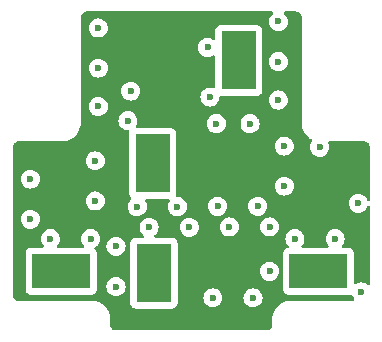
<source format=gbr>
%TF.GenerationSoftware,KiCad,Pcbnew,8.0.7*%
%TF.CreationDate,2025-04-11T02:02:32-04:00*%
%TF.ProjectId,2M_3F,324d5f33-462e-46b6-9963-61645f706362,rev?*%
%TF.SameCoordinates,Original*%
%TF.FileFunction,Copper,L6,Bot*%
%TF.FilePolarity,Positive*%
%FSLAX46Y46*%
G04 Gerber Fmt 4.6, Leading zero omitted, Abs format (unit mm)*
G04 Created by KiCad (PCBNEW 8.0.7) date 2025-04-11 02:02:32*
%MOMM*%
%LPD*%
G01*
G04 APERTURE LIST*
%TA.AperFunction,ComponentPad*%
%ADD10R,3.000000X5.000000*%
%TD*%
%TA.AperFunction,ComponentPad*%
%ADD11R,5.000000X3.000000*%
%TD*%
%TA.AperFunction,ViaPad*%
%ADD12C,0.600000*%
%TD*%
G04 APERTURE END LIST*
D10*
%TO.P,J1,1,Pin_1*%
%TO.N,Net-(J1-Pin_1)*%
X97207100Y-47653300D03*
D11*
%TO.P,J1,2,Pin_2*%
%TO.N,GND*%
X102844600Y-47040800D03*
%TD*%
D10*
%TO.P,J4,1,Pin_1*%
%TO.N,Net-(J1-Pin_1)*%
X97112500Y-38375000D03*
D11*
%TO.P,J4,2,Pin_2*%
%TO.N,GND*%
X102750000Y-37762500D03*
%TD*%
%TO.P,J3,1,Pin_1*%
%TO.N,Net-(J1-Pin_1)*%
X111137500Y-47512500D03*
D10*
%TO.P,J3,2,Pin_2*%
%TO.N,GND*%
X111750000Y-40875000D03*
%TD*%
%TO.P,J5,1,Pin_1*%
%TO.N,Net-(J1-Pin_1)*%
X104387500Y-29637500D03*
D11*
%TO.P,J5,2,Pin_2*%
%TO.N,GND*%
X97750000Y-29025000D03*
%TD*%
%TO.P,J2,1,Pin_1*%
%TO.N,Net-(J1-Pin_1)*%
X89362500Y-47512500D03*
D10*
%TO.P,J2,2,Pin_2*%
%TO.N,GND*%
X89975000Y-40875000D03*
%TD*%
D12*
%TO.N,GND*%
X95100000Y-43775000D03*
X107000000Y-45800000D03*
X114750000Y-37250000D03*
X92250000Y-43250000D03*
X107750000Y-31450000D03*
X105300000Y-43750000D03*
X90150000Y-44750000D03*
X86750000Y-41400000D03*
X97500000Y-42025000D03*
X100250000Y-32750000D03*
X100900000Y-42000000D03*
X92500000Y-32000000D03*
X108250000Y-38600000D03*
X103900000Y-49750000D03*
X104300000Y-42000000D03*
X86750000Y-44750000D03*
X92250000Y-39850000D03*
X114250000Y-44750000D03*
X92500000Y-28600000D03*
X94100000Y-42025000D03*
X107750000Y-28050000D03*
X98500000Y-43775000D03*
X92500000Y-35250000D03*
X97500000Y-34750000D03*
X110850000Y-44750000D03*
X94000000Y-50500000D03*
X100250000Y-35000000D03*
X107750000Y-34700000D03*
X100500000Y-49750000D03*
X86750000Y-38000000D03*
X108250000Y-42000000D03*
X101900000Y-43750000D03*
X101750000Y-30250000D03*
X97750000Y-32500000D03*
X94000000Y-47100000D03*
%TO.N,Net-(J1-Pin_1)*%
X108250000Y-36900000D03*
X95800000Y-42025000D03*
X92250000Y-38150000D03*
X105600000Y-49750000D03*
X111250000Y-37000000D03*
X101750000Y-28550000D03*
X107000000Y-43750000D03*
X102500000Y-35000000D03*
X88450000Y-44750000D03*
X95250000Y-32250000D03*
X86750000Y-43100000D03*
X105350000Y-35000000D03*
X95000000Y-34750000D03*
X92500000Y-30300000D03*
X91850000Y-44750000D03*
X102600000Y-42000000D03*
X106000000Y-42000000D03*
X99200000Y-42025000D03*
X107750000Y-26350000D03*
X100200000Y-43775000D03*
X108250000Y-40300000D03*
X92500000Y-26900000D03*
X101950000Y-32750000D03*
X86750000Y-39700000D03*
X112550000Y-44750000D03*
X92250000Y-41550000D03*
X103600000Y-43750000D03*
X109150000Y-44750000D03*
X107000000Y-47500000D03*
X94000000Y-45400000D03*
X94000000Y-48800000D03*
X114750000Y-49250000D03*
X114500000Y-41750000D03*
X107750000Y-33000000D03*
X107750000Y-29750000D03*
X102200000Y-49750000D03*
X92500000Y-33550000D03*
X96800000Y-43775000D03*
%TD*%
%TA.AperFunction,Conductor*%
%TO.N,GND*%
G36*
X107235881Y-25520185D02*
G01*
X107281636Y-25572989D01*
X107291580Y-25642147D01*
X107262555Y-25705703D01*
X107252631Y-25715229D01*
X107252662Y-25715260D01*
X107120184Y-25847737D01*
X107024211Y-26000476D01*
X106964631Y-26170745D01*
X106964630Y-26170750D01*
X106944435Y-26349996D01*
X106944435Y-26350003D01*
X106964630Y-26529249D01*
X106964631Y-26529254D01*
X107024211Y-26699523D01*
X107074750Y-26779954D01*
X107120184Y-26852262D01*
X107247738Y-26979816D01*
X107400478Y-27075789D01*
X107440048Y-27089635D01*
X107570745Y-27135368D01*
X107570750Y-27135369D01*
X107749996Y-27155565D01*
X107750000Y-27155565D01*
X107750004Y-27155565D01*
X107929249Y-27135369D01*
X107929252Y-27135368D01*
X107929255Y-27135368D01*
X108099522Y-27075789D01*
X108252262Y-26979816D01*
X108379816Y-26852262D01*
X108475789Y-26699522D01*
X108535368Y-26529255D01*
X108535369Y-26529249D01*
X108555565Y-26350003D01*
X108555565Y-26349996D01*
X108535369Y-26170750D01*
X108535368Y-26170745D01*
X108515733Y-26114631D01*
X108475789Y-26000478D01*
X108379816Y-25847738D01*
X108252262Y-25720184D01*
X108247338Y-25715260D01*
X108248609Y-25713988D01*
X108213705Y-25664260D01*
X108210855Y-25594448D01*
X108246200Y-25534178D01*
X108308518Y-25502584D01*
X108331158Y-25500500D01*
X109184108Y-25500500D01*
X109243038Y-25500500D01*
X109256922Y-25501280D01*
X109347266Y-25511459D01*
X109374331Y-25517636D01*
X109453540Y-25545352D01*
X109478553Y-25557398D01*
X109549606Y-25602043D01*
X109571313Y-25619355D01*
X109630644Y-25678686D01*
X109647957Y-25700395D01*
X109692600Y-25771444D01*
X109704648Y-25796462D01*
X109732362Y-25875666D01*
X109738540Y-25902735D01*
X109748720Y-25993076D01*
X109749500Y-26006961D01*
X109749500Y-35107317D01*
X109780044Y-35319764D01*
X109780047Y-35319774D01*
X109840517Y-35525715D01*
X109929672Y-35720938D01*
X109929679Y-35720951D01*
X110045720Y-35901514D01*
X110186275Y-36063724D01*
X110310277Y-36171172D01*
X110348487Y-36204281D01*
X110451035Y-36270184D01*
X110529048Y-36320320D01*
X110529059Y-36320326D01*
X110557645Y-36333380D01*
X110610450Y-36379133D01*
X110630136Y-36446173D01*
X110611130Y-36512147D01*
X110524211Y-36650476D01*
X110464631Y-36820745D01*
X110464630Y-36820750D01*
X110444435Y-36999996D01*
X110444435Y-37000003D01*
X110464630Y-37179249D01*
X110464631Y-37179254D01*
X110524211Y-37349523D01*
X110571141Y-37424211D01*
X110620184Y-37502262D01*
X110747738Y-37629816D01*
X110900478Y-37725789D01*
X111070745Y-37785368D01*
X111070750Y-37785369D01*
X111249996Y-37805565D01*
X111250000Y-37805565D01*
X111250004Y-37805565D01*
X111429249Y-37785369D01*
X111429252Y-37785368D01*
X111429255Y-37785368D01*
X111599522Y-37725789D01*
X111752262Y-37629816D01*
X111879816Y-37502262D01*
X111975789Y-37349522D01*
X112035368Y-37179255D01*
X112035369Y-37179249D01*
X112055565Y-37000003D01*
X112055565Y-36999996D01*
X112035369Y-36820750D01*
X112035367Y-36820742D01*
X111981030Y-36665454D01*
X111977469Y-36595676D01*
X112012198Y-36535048D01*
X112074191Y-36502821D01*
X112098072Y-36500500D01*
X114934108Y-36500500D01*
X114993038Y-36500500D01*
X115006922Y-36501280D01*
X115097266Y-36511459D01*
X115124331Y-36517636D01*
X115203540Y-36545352D01*
X115228553Y-36557398D01*
X115299606Y-36602043D01*
X115321313Y-36619355D01*
X115380644Y-36678686D01*
X115397957Y-36700395D01*
X115442600Y-36771444D01*
X115454648Y-36796462D01*
X115482362Y-36875666D01*
X115488540Y-36902735D01*
X115498720Y-36993076D01*
X115499500Y-37006961D01*
X115499500Y-41452885D01*
X115479815Y-41519924D01*
X115427011Y-41565679D01*
X115357853Y-41575623D01*
X115294297Y-41546598D01*
X115258459Y-41493840D01*
X115225790Y-41400480D01*
X115225789Y-41400478D01*
X115129816Y-41247738D01*
X115002262Y-41120184D01*
X114997728Y-41117335D01*
X114849523Y-41024211D01*
X114679254Y-40964631D01*
X114679249Y-40964630D01*
X114500004Y-40944435D01*
X114499996Y-40944435D01*
X114320750Y-40964630D01*
X114320745Y-40964631D01*
X114150476Y-41024211D01*
X113997737Y-41120184D01*
X113870184Y-41247737D01*
X113774211Y-41400476D01*
X113714631Y-41570745D01*
X113714630Y-41570750D01*
X113694435Y-41749996D01*
X113694435Y-41750003D01*
X113714630Y-41929249D01*
X113714631Y-41929254D01*
X113774211Y-42099523D01*
X113840019Y-42204255D01*
X113870184Y-42252262D01*
X113997738Y-42379816D01*
X114088080Y-42436582D01*
X114141557Y-42470184D01*
X114150478Y-42475789D01*
X114297579Y-42527262D01*
X114320745Y-42535368D01*
X114320750Y-42535369D01*
X114499996Y-42555565D01*
X114500000Y-42555565D01*
X114500004Y-42555565D01*
X114679249Y-42535369D01*
X114679252Y-42535368D01*
X114679255Y-42535368D01*
X114849522Y-42475789D01*
X115002262Y-42379816D01*
X115129816Y-42252262D01*
X115225789Y-42099522D01*
X115258458Y-42006160D01*
X115299180Y-41949383D01*
X115364133Y-41923636D01*
X115432694Y-41937092D01*
X115483097Y-41985479D01*
X115499500Y-42047114D01*
X115499500Y-48568060D01*
X115479815Y-48635099D01*
X115427011Y-48680854D01*
X115357853Y-48690798D01*
X115294297Y-48661773D01*
X115287819Y-48655741D01*
X115252262Y-48620184D01*
X115099523Y-48524211D01*
X114929254Y-48464631D01*
X114929249Y-48464630D01*
X114750004Y-48444435D01*
X114749996Y-48444435D01*
X114570750Y-48464630D01*
X114570745Y-48464631D01*
X114400476Y-48524211D01*
X114327971Y-48569770D01*
X114260734Y-48588770D01*
X114193899Y-48568402D01*
X114148685Y-48515134D01*
X114137999Y-48464776D01*
X114137999Y-45964629D01*
X114137998Y-45964623D01*
X114137997Y-45964616D01*
X114131591Y-45905017D01*
X114130563Y-45902262D01*
X114081297Y-45770171D01*
X114081293Y-45770164D01*
X113995047Y-45654955D01*
X113995044Y-45654952D01*
X113879835Y-45568706D01*
X113879828Y-45568702D01*
X113744982Y-45518408D01*
X113744983Y-45518408D01*
X113685383Y-45512001D01*
X113685381Y-45512000D01*
X113685373Y-45512000D01*
X113685365Y-45512000D01*
X113219440Y-45512000D01*
X113152401Y-45492315D01*
X113106646Y-45439511D01*
X113096702Y-45370353D01*
X113125727Y-45306797D01*
X113131759Y-45300319D01*
X113179816Y-45252262D01*
X113275789Y-45099522D01*
X113335368Y-44929255D01*
X113337428Y-44910971D01*
X113355565Y-44750003D01*
X113355565Y-44749996D01*
X113335369Y-44570750D01*
X113335368Y-44570745D01*
X113310889Y-44500788D01*
X113275789Y-44400478D01*
X113179816Y-44247738D01*
X113052262Y-44120184D01*
X113019379Y-44099522D01*
X112899523Y-44024211D01*
X112729254Y-43964631D01*
X112729249Y-43964630D01*
X112550004Y-43944435D01*
X112549996Y-43944435D01*
X112370750Y-43964630D01*
X112370745Y-43964631D01*
X112200476Y-44024211D01*
X112047737Y-44120184D01*
X111920184Y-44247737D01*
X111824211Y-44400476D01*
X111764631Y-44570745D01*
X111764630Y-44570750D01*
X111744435Y-44749996D01*
X111744435Y-44750003D01*
X111764630Y-44929249D01*
X111764631Y-44929254D01*
X111824211Y-45099523D01*
X111920184Y-45252262D01*
X111968241Y-45300319D01*
X112001726Y-45361642D01*
X111996742Y-45431334D01*
X111954870Y-45487267D01*
X111889406Y-45511684D01*
X111880560Y-45512000D01*
X109819440Y-45512000D01*
X109752401Y-45492315D01*
X109706646Y-45439511D01*
X109696702Y-45370353D01*
X109725727Y-45306797D01*
X109731759Y-45300319D01*
X109779816Y-45252262D01*
X109875789Y-45099522D01*
X109935368Y-44929255D01*
X109937428Y-44910971D01*
X109955565Y-44750003D01*
X109955565Y-44749996D01*
X109935369Y-44570750D01*
X109935368Y-44570745D01*
X109910889Y-44500788D01*
X109875789Y-44400478D01*
X109779816Y-44247738D01*
X109652262Y-44120184D01*
X109619379Y-44099522D01*
X109499523Y-44024211D01*
X109329254Y-43964631D01*
X109329249Y-43964630D01*
X109150004Y-43944435D01*
X109149996Y-43944435D01*
X108970750Y-43964630D01*
X108970745Y-43964631D01*
X108800476Y-44024211D01*
X108647737Y-44120184D01*
X108520184Y-44247737D01*
X108424211Y-44400476D01*
X108364631Y-44570745D01*
X108364630Y-44570750D01*
X108344435Y-44749996D01*
X108344435Y-44750003D01*
X108364630Y-44929249D01*
X108364631Y-44929254D01*
X108424211Y-45099523D01*
X108520184Y-45252262D01*
X108580266Y-45312344D01*
X108613751Y-45373667D01*
X108608767Y-45443359D01*
X108566895Y-45499292D01*
X108535918Y-45516207D01*
X108395171Y-45568702D01*
X108395164Y-45568706D01*
X108279955Y-45654952D01*
X108279952Y-45654955D01*
X108193706Y-45770164D01*
X108193702Y-45770171D01*
X108143408Y-45905017D01*
X108137001Y-45964616D01*
X108137001Y-45964623D01*
X108137000Y-45964635D01*
X108137000Y-49060370D01*
X108137001Y-49060376D01*
X108143408Y-49119983D01*
X108193702Y-49254828D01*
X108193706Y-49254835D01*
X108279952Y-49370044D01*
X108279955Y-49370047D01*
X108395164Y-49456293D01*
X108395171Y-49456297D01*
X108530017Y-49506591D01*
X108530016Y-49506591D01*
X108536944Y-49507335D01*
X108589627Y-49513000D01*
X113685372Y-49512999D01*
X113744983Y-49506591D01*
X113844635Y-49469422D01*
X113914326Y-49464439D01*
X113975649Y-49497924D01*
X114005009Y-49544650D01*
X114024208Y-49599519D01*
X114120184Y-49752262D01*
X114155741Y-49787819D01*
X114189226Y-49849142D01*
X114184242Y-49918834D01*
X114142370Y-49974767D01*
X114076906Y-49999184D01*
X114068060Y-49999500D01*
X108642682Y-49999500D01*
X108430235Y-50030044D01*
X108430225Y-50030047D01*
X108224284Y-50090517D01*
X108029061Y-50179672D01*
X108029048Y-50179679D01*
X107848485Y-50295720D01*
X107686275Y-50436275D01*
X107545720Y-50598485D01*
X107429679Y-50779048D01*
X107429672Y-50779061D01*
X107340517Y-50974284D01*
X107280047Y-51180225D01*
X107280044Y-51180235D01*
X107249500Y-51392682D01*
X107249500Y-51993038D01*
X107248720Y-52006923D01*
X107238540Y-52097264D01*
X107232362Y-52124333D01*
X107204648Y-52203537D01*
X107192600Y-52228555D01*
X107147957Y-52299604D01*
X107130644Y-52321313D01*
X107071313Y-52380644D01*
X107049604Y-52397957D01*
X106978555Y-52442600D01*
X106953537Y-52454648D01*
X106874333Y-52482362D01*
X106847264Y-52488540D01*
X106767075Y-52497576D01*
X106756921Y-52498720D01*
X106743038Y-52499500D01*
X94006962Y-52499500D01*
X93993078Y-52498720D01*
X93980553Y-52497308D01*
X93902735Y-52488540D01*
X93875666Y-52482362D01*
X93796462Y-52454648D01*
X93771444Y-52442600D01*
X93700395Y-52397957D01*
X93678686Y-52380644D01*
X93619355Y-52321313D01*
X93602042Y-52299604D01*
X93557399Y-52228555D01*
X93545351Y-52203537D01*
X93517637Y-52124333D01*
X93511459Y-52097263D01*
X93501280Y-52006922D01*
X93500500Y-51993038D01*
X93500500Y-51392683D01*
X93500500Y-51392682D01*
X93469954Y-51180231D01*
X93409484Y-50974290D01*
X93409483Y-50974288D01*
X93409482Y-50974284D01*
X93320327Y-50779061D01*
X93320320Y-50779048D01*
X93239828Y-50653800D01*
X93204281Y-50598487D01*
X93149588Y-50535368D01*
X93063724Y-50436275D01*
X92901514Y-50295720D01*
X92901513Y-50295719D01*
X92833892Y-50252262D01*
X92720951Y-50179679D01*
X92720938Y-50179672D01*
X92525715Y-50090517D01*
X92319774Y-50030047D01*
X92319764Y-50030044D01*
X92128754Y-50002582D01*
X92107318Y-49999500D01*
X92107317Y-49999500D01*
X85756962Y-49999500D01*
X85743078Y-49998720D01*
X85730553Y-49997308D01*
X85652735Y-49988540D01*
X85625666Y-49982362D01*
X85546462Y-49954648D01*
X85521444Y-49942600D01*
X85450395Y-49897957D01*
X85428686Y-49880644D01*
X85369355Y-49821313D01*
X85352042Y-49799604D01*
X85320871Y-49749996D01*
X85307398Y-49728553D01*
X85295351Y-49703537D01*
X85267637Y-49624333D01*
X85261459Y-49597263D01*
X85251280Y-49506922D01*
X85250500Y-49493038D01*
X85250500Y-45964635D01*
X86362000Y-45964635D01*
X86362000Y-49060370D01*
X86362001Y-49060376D01*
X86368408Y-49119983D01*
X86418702Y-49254828D01*
X86418706Y-49254835D01*
X86504952Y-49370044D01*
X86504955Y-49370047D01*
X86620164Y-49456293D01*
X86620171Y-49456297D01*
X86755017Y-49506591D01*
X86755016Y-49506591D01*
X86761944Y-49507335D01*
X86814627Y-49513000D01*
X91910372Y-49512999D01*
X91969983Y-49506591D01*
X92104831Y-49456296D01*
X92220046Y-49370046D01*
X92306296Y-49254831D01*
X92356591Y-49119983D01*
X92363000Y-49060373D01*
X92363000Y-48799996D01*
X93194435Y-48799996D01*
X93194435Y-48800003D01*
X93214630Y-48979249D01*
X93214631Y-48979254D01*
X93274211Y-49149523D01*
X93370184Y-49302262D01*
X93497738Y-49429816D01*
X93552840Y-49464439D01*
X93619924Y-49506591D01*
X93650478Y-49525789D01*
X93704380Y-49544650D01*
X93820745Y-49585368D01*
X93820750Y-49585369D01*
X93999996Y-49605565D01*
X94000000Y-49605565D01*
X94000004Y-49605565D01*
X94179249Y-49585369D01*
X94179252Y-49585368D01*
X94179255Y-49585368D01*
X94349522Y-49525789D01*
X94502262Y-49429816D01*
X94629816Y-49302262D01*
X94725789Y-49149522D01*
X94785368Y-48979255D01*
X94787016Y-48964630D01*
X94805565Y-48800003D01*
X94805565Y-48799996D01*
X94785369Y-48620750D01*
X94785368Y-48620745D01*
X94730792Y-48464776D01*
X94725789Y-48450478D01*
X94629816Y-48297738D01*
X94502262Y-48170184D01*
X94438017Y-48129816D01*
X94349523Y-48074211D01*
X94179254Y-48014631D01*
X94179249Y-48014630D01*
X94000004Y-47994435D01*
X93999996Y-47994435D01*
X93820750Y-48014630D01*
X93820745Y-48014631D01*
X93650476Y-48074211D01*
X93497737Y-48170184D01*
X93370184Y-48297737D01*
X93274211Y-48450476D01*
X93214631Y-48620745D01*
X93214630Y-48620750D01*
X93194435Y-48799996D01*
X92363000Y-48799996D01*
X92362999Y-45964628D01*
X92356591Y-45905017D01*
X92355563Y-45902262D01*
X92306297Y-45770171D01*
X92306293Y-45770164D01*
X92220047Y-45654955D01*
X92213775Y-45648683D01*
X92215946Y-45646511D01*
X92183227Y-45602800D01*
X92178246Y-45533108D01*
X92211733Y-45471786D01*
X92233435Y-45454479D01*
X92320145Y-45399996D01*
X93194435Y-45399996D01*
X93194435Y-45400003D01*
X93214630Y-45579249D01*
X93214631Y-45579254D01*
X93274211Y-45749523D01*
X93370184Y-45902262D01*
X93497738Y-46029816D01*
X93650478Y-46125789D01*
X93820745Y-46185368D01*
X93820750Y-46185369D01*
X93999996Y-46205565D01*
X94000000Y-46205565D01*
X94000004Y-46205565D01*
X94179249Y-46185369D01*
X94179252Y-46185368D01*
X94179255Y-46185368D01*
X94349522Y-46125789D01*
X94502262Y-46029816D01*
X94629816Y-45902262D01*
X94725789Y-45749522D01*
X94785368Y-45579255D01*
X94786557Y-45568702D01*
X94805565Y-45400003D01*
X94805565Y-45399996D01*
X94785369Y-45220750D01*
X94785368Y-45220745D01*
X94745019Y-45105435D01*
X95206600Y-45105435D01*
X95206600Y-50201170D01*
X95206601Y-50201176D01*
X95213008Y-50260783D01*
X95263302Y-50395628D01*
X95263306Y-50395635D01*
X95349552Y-50510844D01*
X95349555Y-50510847D01*
X95464764Y-50597093D01*
X95464771Y-50597097D01*
X95599617Y-50647391D01*
X95599616Y-50647391D01*
X95606544Y-50648135D01*
X95659227Y-50653800D01*
X98754972Y-50653799D01*
X98814583Y-50647391D01*
X98949431Y-50597096D01*
X99064646Y-50510846D01*
X99150896Y-50395631D01*
X99201191Y-50260783D01*
X99207600Y-50201173D01*
X99207600Y-49749996D01*
X101394435Y-49749996D01*
X101394435Y-49750003D01*
X101414630Y-49929249D01*
X101414631Y-49929254D01*
X101474211Y-50099523D01*
X101538089Y-50201183D01*
X101570184Y-50252262D01*
X101697738Y-50379816D01*
X101850478Y-50475789D01*
X101950668Y-50510847D01*
X102020745Y-50535368D01*
X102020750Y-50535369D01*
X102199996Y-50555565D01*
X102200000Y-50555565D01*
X102200004Y-50555565D01*
X102379249Y-50535369D01*
X102379252Y-50535368D01*
X102379255Y-50535368D01*
X102549522Y-50475789D01*
X102702262Y-50379816D01*
X102829816Y-50252262D01*
X102925789Y-50099522D01*
X102985368Y-49929255D01*
X102986542Y-49918834D01*
X103005565Y-49750003D01*
X103005565Y-49749996D01*
X104794435Y-49749996D01*
X104794435Y-49750003D01*
X104814630Y-49929249D01*
X104814631Y-49929254D01*
X104874211Y-50099523D01*
X104938089Y-50201183D01*
X104970184Y-50252262D01*
X105097738Y-50379816D01*
X105250478Y-50475789D01*
X105350668Y-50510847D01*
X105420745Y-50535368D01*
X105420750Y-50535369D01*
X105599996Y-50555565D01*
X105600000Y-50555565D01*
X105600004Y-50555565D01*
X105779249Y-50535369D01*
X105779252Y-50535368D01*
X105779255Y-50535368D01*
X105949522Y-50475789D01*
X106102262Y-50379816D01*
X106229816Y-50252262D01*
X106325789Y-50099522D01*
X106385368Y-49929255D01*
X106386542Y-49918834D01*
X106405565Y-49750003D01*
X106405565Y-49749996D01*
X106385369Y-49570750D01*
X106385368Y-49570745D01*
X106363035Y-49506922D01*
X106325789Y-49400478D01*
X106229816Y-49247738D01*
X106102262Y-49120184D01*
X106101941Y-49119982D01*
X105949523Y-49024211D01*
X105779254Y-48964631D01*
X105779249Y-48964630D01*
X105600004Y-48944435D01*
X105599996Y-48944435D01*
X105420750Y-48964630D01*
X105420745Y-48964631D01*
X105250476Y-49024211D01*
X105097737Y-49120184D01*
X104970184Y-49247737D01*
X104874211Y-49400476D01*
X104814631Y-49570745D01*
X104814630Y-49570750D01*
X104794435Y-49749996D01*
X103005565Y-49749996D01*
X102985369Y-49570750D01*
X102985368Y-49570745D01*
X102963035Y-49506922D01*
X102925789Y-49400478D01*
X102829816Y-49247738D01*
X102702262Y-49120184D01*
X102701941Y-49119982D01*
X102549523Y-49024211D01*
X102379254Y-48964631D01*
X102379249Y-48964630D01*
X102200004Y-48944435D01*
X102199996Y-48944435D01*
X102020750Y-48964630D01*
X102020745Y-48964631D01*
X101850476Y-49024211D01*
X101697737Y-49120184D01*
X101570184Y-49247737D01*
X101474211Y-49400476D01*
X101414631Y-49570745D01*
X101414630Y-49570750D01*
X101394435Y-49749996D01*
X99207600Y-49749996D01*
X99207600Y-47499996D01*
X106194435Y-47499996D01*
X106194435Y-47500003D01*
X106214630Y-47679249D01*
X106214631Y-47679254D01*
X106274211Y-47849523D01*
X106365266Y-47994435D01*
X106370184Y-48002262D01*
X106497738Y-48129816D01*
X106650478Y-48225789D01*
X106820745Y-48285368D01*
X106820750Y-48285369D01*
X106999996Y-48305565D01*
X107000000Y-48305565D01*
X107000004Y-48305565D01*
X107179249Y-48285369D01*
X107179252Y-48285368D01*
X107179255Y-48285368D01*
X107349522Y-48225789D01*
X107502262Y-48129816D01*
X107629816Y-48002262D01*
X107725789Y-47849522D01*
X107785368Y-47679255D01*
X107805565Y-47500000D01*
X107785368Y-47320745D01*
X107725789Y-47150478D01*
X107629816Y-46997738D01*
X107502262Y-46870184D01*
X107349523Y-46774211D01*
X107179254Y-46714631D01*
X107179249Y-46714630D01*
X107000004Y-46694435D01*
X106999996Y-46694435D01*
X106820750Y-46714630D01*
X106820745Y-46714631D01*
X106650476Y-46774211D01*
X106497737Y-46870184D01*
X106370184Y-46997737D01*
X106274211Y-47150476D01*
X106214631Y-47320745D01*
X106214630Y-47320750D01*
X106194435Y-47499996D01*
X99207600Y-47499996D01*
X99207599Y-45105428D01*
X99201191Y-45045817D01*
X99157716Y-44929255D01*
X99150897Y-44910971D01*
X99150893Y-44910964D01*
X99064647Y-44795755D01*
X99064644Y-44795752D01*
X98949435Y-44709506D01*
X98949428Y-44709502D01*
X98814582Y-44659208D01*
X98814583Y-44659208D01*
X98754983Y-44652801D01*
X98754981Y-44652800D01*
X98754973Y-44652800D01*
X98754965Y-44652800D01*
X97338010Y-44652800D01*
X97270971Y-44633115D01*
X97225216Y-44580311D01*
X97215272Y-44511153D01*
X97244297Y-44447597D01*
X97272032Y-44423810D01*
X97302262Y-44404816D01*
X97429816Y-44277262D01*
X97525789Y-44124522D01*
X97585368Y-43954255D01*
X97585369Y-43954249D01*
X97605565Y-43775003D01*
X97605565Y-43774996D01*
X99394435Y-43774996D01*
X99394435Y-43775003D01*
X99414630Y-43954249D01*
X99414631Y-43954254D01*
X99474211Y-44124523D01*
X99551632Y-44247737D01*
X99570184Y-44277262D01*
X99697738Y-44404816D01*
X99850478Y-44500789D01*
X99880097Y-44511153D01*
X100020745Y-44560368D01*
X100020750Y-44560369D01*
X100199996Y-44580565D01*
X100200000Y-44580565D01*
X100200004Y-44580565D01*
X100379249Y-44560369D01*
X100379252Y-44560368D01*
X100379255Y-44560368D01*
X100549522Y-44500789D01*
X100702262Y-44404816D01*
X100829816Y-44277262D01*
X100925789Y-44124522D01*
X100985368Y-43954255D01*
X100985369Y-43954249D01*
X101005565Y-43775003D01*
X101005565Y-43774996D01*
X101002748Y-43749996D01*
X102794435Y-43749996D01*
X102794435Y-43750003D01*
X102814630Y-43929249D01*
X102814631Y-43929254D01*
X102874211Y-44099523D01*
X102889920Y-44124523D01*
X102970184Y-44252262D01*
X103097738Y-44379816D01*
X103250478Y-44475789D01*
X103321924Y-44500789D01*
X103420745Y-44535368D01*
X103420750Y-44535369D01*
X103599996Y-44555565D01*
X103600000Y-44555565D01*
X103600004Y-44555565D01*
X103779249Y-44535369D01*
X103779252Y-44535368D01*
X103779255Y-44535368D01*
X103949522Y-44475789D01*
X104102262Y-44379816D01*
X104229816Y-44252262D01*
X104325789Y-44099522D01*
X104385368Y-43929255D01*
X104385369Y-43929249D01*
X104405565Y-43750003D01*
X104405565Y-43749996D01*
X106194435Y-43749996D01*
X106194435Y-43750003D01*
X106214630Y-43929249D01*
X106214631Y-43929254D01*
X106274211Y-44099523D01*
X106289920Y-44124523D01*
X106370184Y-44252262D01*
X106497738Y-44379816D01*
X106650478Y-44475789D01*
X106721924Y-44500789D01*
X106820745Y-44535368D01*
X106820750Y-44535369D01*
X106999996Y-44555565D01*
X107000000Y-44555565D01*
X107000004Y-44555565D01*
X107179249Y-44535369D01*
X107179252Y-44535368D01*
X107179255Y-44535368D01*
X107349522Y-44475789D01*
X107502262Y-44379816D01*
X107629816Y-44252262D01*
X107725789Y-44099522D01*
X107785368Y-43929255D01*
X107785369Y-43929249D01*
X107805565Y-43750003D01*
X107805565Y-43749996D01*
X107785369Y-43570750D01*
X107785368Y-43570745D01*
X107725789Y-43400478D01*
X107629816Y-43247738D01*
X107502262Y-43120184D01*
X107470144Y-43100003D01*
X107349523Y-43024211D01*
X107179254Y-42964631D01*
X107179249Y-42964630D01*
X107000004Y-42944435D01*
X106999996Y-42944435D01*
X106820750Y-42964630D01*
X106820745Y-42964631D01*
X106650476Y-43024211D01*
X106497737Y-43120184D01*
X106370184Y-43247737D01*
X106274211Y-43400476D01*
X106214631Y-43570745D01*
X106214630Y-43570750D01*
X106194435Y-43749996D01*
X104405565Y-43749996D01*
X104385369Y-43570750D01*
X104385368Y-43570745D01*
X104325789Y-43400478D01*
X104229816Y-43247738D01*
X104102262Y-43120184D01*
X104070144Y-43100003D01*
X103949523Y-43024211D01*
X103779254Y-42964631D01*
X103779249Y-42964630D01*
X103600004Y-42944435D01*
X103599996Y-42944435D01*
X103420750Y-42964630D01*
X103420745Y-42964631D01*
X103250476Y-43024211D01*
X103097737Y-43120184D01*
X102970184Y-43247737D01*
X102874211Y-43400476D01*
X102814631Y-43570745D01*
X102814630Y-43570750D01*
X102794435Y-43749996D01*
X101002748Y-43749996D01*
X100985369Y-43595750D01*
X100985368Y-43595745D01*
X100976620Y-43570745D01*
X100925789Y-43425478D01*
X100910080Y-43400478D01*
X100829815Y-43272737D01*
X100702262Y-43145184D01*
X100549523Y-43049211D01*
X100379254Y-42989631D01*
X100379249Y-42989630D01*
X100200004Y-42969435D01*
X100199996Y-42969435D01*
X100020750Y-42989630D01*
X100020745Y-42989631D01*
X99850476Y-43049211D01*
X99697737Y-43145184D01*
X99570184Y-43272737D01*
X99474211Y-43425476D01*
X99414631Y-43595745D01*
X99414630Y-43595750D01*
X99394435Y-43774996D01*
X97605565Y-43774996D01*
X97585369Y-43595750D01*
X97585368Y-43595745D01*
X97576620Y-43570745D01*
X97525789Y-43425478D01*
X97510080Y-43400478D01*
X97429815Y-43272737D01*
X97302262Y-43145184D01*
X97149523Y-43049211D01*
X96979254Y-42989631D01*
X96979249Y-42989630D01*
X96800004Y-42969435D01*
X96799996Y-42969435D01*
X96620750Y-42989630D01*
X96620745Y-42989631D01*
X96450476Y-43049211D01*
X96297737Y-43145184D01*
X96170184Y-43272737D01*
X96074211Y-43425476D01*
X96014631Y-43595745D01*
X96014630Y-43595750D01*
X95994435Y-43774996D01*
X95994435Y-43775003D01*
X96014630Y-43954249D01*
X96014631Y-43954254D01*
X96074211Y-44124523D01*
X96151632Y-44247737D01*
X96170184Y-44277262D01*
X96297738Y-44404816D01*
X96327961Y-44423806D01*
X96374252Y-44476141D01*
X96384900Y-44545194D01*
X96356525Y-44609043D01*
X96298136Y-44647415D01*
X96261989Y-44652800D01*
X95659229Y-44652800D01*
X95659223Y-44652801D01*
X95599616Y-44659208D01*
X95464771Y-44709502D01*
X95464764Y-44709506D01*
X95349555Y-44795752D01*
X95349552Y-44795755D01*
X95263306Y-44910964D01*
X95263302Y-44910971D01*
X95213008Y-45045817D01*
X95207235Y-45099522D01*
X95206601Y-45105423D01*
X95206600Y-45105435D01*
X94745019Y-45105435D01*
X94745015Y-45105423D01*
X94725789Y-45050478D01*
X94722860Y-45045817D01*
X94649619Y-44929254D01*
X94629816Y-44897738D01*
X94502262Y-44770184D01*
X94470144Y-44750003D01*
X94349523Y-44674211D01*
X94179254Y-44614631D01*
X94179249Y-44614630D01*
X94000004Y-44594435D01*
X93999996Y-44594435D01*
X93820750Y-44614630D01*
X93820745Y-44614631D01*
X93650476Y-44674211D01*
X93497737Y-44770184D01*
X93370184Y-44897737D01*
X93274211Y-45050476D01*
X93214631Y-45220745D01*
X93214630Y-45220750D01*
X93194435Y-45399996D01*
X92320145Y-45399996D01*
X92352262Y-45379816D01*
X92479816Y-45252262D01*
X92575789Y-45099522D01*
X92635368Y-44929255D01*
X92637428Y-44910971D01*
X92655565Y-44750003D01*
X92655565Y-44749996D01*
X92635369Y-44570750D01*
X92635368Y-44570745D01*
X92610889Y-44500788D01*
X92575789Y-44400478D01*
X92479816Y-44247738D01*
X92352262Y-44120184D01*
X92319379Y-44099522D01*
X92199523Y-44024211D01*
X92029254Y-43964631D01*
X92029249Y-43964630D01*
X91850004Y-43944435D01*
X91849996Y-43944435D01*
X91670750Y-43964630D01*
X91670745Y-43964631D01*
X91500476Y-44024211D01*
X91347737Y-44120184D01*
X91220184Y-44247737D01*
X91124211Y-44400476D01*
X91064631Y-44570745D01*
X91064630Y-44570750D01*
X91044435Y-44749996D01*
X91044435Y-44750003D01*
X91064630Y-44929249D01*
X91064631Y-44929254D01*
X91124211Y-45099523D01*
X91220184Y-45252262D01*
X91268241Y-45300319D01*
X91301726Y-45361642D01*
X91296742Y-45431334D01*
X91254870Y-45487267D01*
X91189406Y-45511684D01*
X91180560Y-45512000D01*
X89119440Y-45512000D01*
X89052401Y-45492315D01*
X89006646Y-45439511D01*
X88996702Y-45370353D01*
X89025727Y-45306797D01*
X89031759Y-45300319D01*
X89079816Y-45252262D01*
X89175789Y-45099522D01*
X89235368Y-44929255D01*
X89237428Y-44910971D01*
X89255565Y-44750003D01*
X89255565Y-44749996D01*
X89235369Y-44570750D01*
X89235368Y-44570745D01*
X89210889Y-44500788D01*
X89175789Y-44400478D01*
X89079816Y-44247738D01*
X88952262Y-44120184D01*
X88919379Y-44099522D01*
X88799523Y-44024211D01*
X88629254Y-43964631D01*
X88629249Y-43964630D01*
X88450004Y-43944435D01*
X88449996Y-43944435D01*
X88270750Y-43964630D01*
X88270745Y-43964631D01*
X88100476Y-44024211D01*
X87947737Y-44120184D01*
X87820184Y-44247737D01*
X87724211Y-44400476D01*
X87664631Y-44570745D01*
X87664630Y-44570750D01*
X87644435Y-44749996D01*
X87644435Y-44750003D01*
X87664630Y-44929249D01*
X87664631Y-44929254D01*
X87724211Y-45099523D01*
X87820184Y-45252262D01*
X87868241Y-45300319D01*
X87901726Y-45361642D01*
X87896742Y-45431334D01*
X87854870Y-45487267D01*
X87789406Y-45511684D01*
X87780560Y-45512000D01*
X86814629Y-45512000D01*
X86814623Y-45512001D01*
X86755016Y-45518408D01*
X86620171Y-45568702D01*
X86620164Y-45568706D01*
X86504955Y-45654952D01*
X86504952Y-45654955D01*
X86418706Y-45770164D01*
X86418702Y-45770171D01*
X86368408Y-45905017D01*
X86362001Y-45964616D01*
X86362001Y-45964623D01*
X86362000Y-45964635D01*
X85250500Y-45964635D01*
X85250500Y-43099996D01*
X85944435Y-43099996D01*
X85944435Y-43100003D01*
X85964630Y-43279249D01*
X85964631Y-43279254D01*
X86024211Y-43449523D01*
X86100384Y-43570750D01*
X86120184Y-43602262D01*
X86247738Y-43729816D01*
X86400478Y-43825789D01*
X86570745Y-43885368D01*
X86570750Y-43885369D01*
X86749996Y-43905565D01*
X86750000Y-43905565D01*
X86750004Y-43905565D01*
X86929249Y-43885369D01*
X86929252Y-43885368D01*
X86929255Y-43885368D01*
X87099522Y-43825789D01*
X87252262Y-43729816D01*
X87379816Y-43602262D01*
X87475789Y-43449522D01*
X87535368Y-43279255D01*
X87535369Y-43279249D01*
X87555565Y-43100003D01*
X87555565Y-43099996D01*
X87535369Y-42920750D01*
X87535368Y-42920745D01*
X87475789Y-42750478D01*
X87379816Y-42597738D01*
X87252262Y-42470184D01*
X87099523Y-42374211D01*
X86929254Y-42314631D01*
X86929249Y-42314630D01*
X86750004Y-42294435D01*
X86749996Y-42294435D01*
X86570750Y-42314630D01*
X86570745Y-42314631D01*
X86400476Y-42374211D01*
X86247737Y-42470184D01*
X86120184Y-42597737D01*
X86024211Y-42750476D01*
X85964631Y-42920745D01*
X85964630Y-42920750D01*
X85944435Y-43099996D01*
X85250500Y-43099996D01*
X85250500Y-41549996D01*
X91444435Y-41549996D01*
X91444435Y-41550003D01*
X91464630Y-41729249D01*
X91464631Y-41729254D01*
X91524211Y-41899523D01*
X91587347Y-42000003D01*
X91620184Y-42052262D01*
X91747738Y-42179816D01*
X91900478Y-42275789D01*
X92011479Y-42314630D01*
X92070745Y-42335368D01*
X92070750Y-42335369D01*
X92249996Y-42355565D01*
X92250000Y-42355565D01*
X92250004Y-42355565D01*
X92429249Y-42335369D01*
X92429252Y-42335368D01*
X92429255Y-42335368D01*
X92599522Y-42275789D01*
X92752262Y-42179816D01*
X92879816Y-42052262D01*
X92975789Y-41899522D01*
X93035368Y-41729255D01*
X93041427Y-41675478D01*
X93055565Y-41550003D01*
X93055565Y-41549996D01*
X93035369Y-41370750D01*
X93035368Y-41370745D01*
X92992326Y-41247738D01*
X92975789Y-41200478D01*
X92879816Y-41047738D01*
X92752262Y-40920184D01*
X92599523Y-40824211D01*
X92429254Y-40764631D01*
X92429249Y-40764630D01*
X92250004Y-40744435D01*
X92249996Y-40744435D01*
X92070750Y-40764630D01*
X92070745Y-40764631D01*
X91900476Y-40824211D01*
X91747737Y-40920184D01*
X91620184Y-41047737D01*
X91524211Y-41200476D01*
X91464631Y-41370745D01*
X91464630Y-41370750D01*
X91444435Y-41549996D01*
X85250500Y-41549996D01*
X85250500Y-39699996D01*
X85944435Y-39699996D01*
X85944435Y-39700003D01*
X85964630Y-39879249D01*
X85964631Y-39879254D01*
X86024211Y-40049523D01*
X86120184Y-40202262D01*
X86247738Y-40329816D01*
X86400478Y-40425789D01*
X86553258Y-40479249D01*
X86570745Y-40485368D01*
X86570750Y-40485369D01*
X86749996Y-40505565D01*
X86750000Y-40505565D01*
X86750004Y-40505565D01*
X86929249Y-40485369D01*
X86929252Y-40485368D01*
X86929255Y-40485368D01*
X87099522Y-40425789D01*
X87252262Y-40329816D01*
X87379816Y-40202262D01*
X87475789Y-40049522D01*
X87535368Y-39879255D01*
X87555565Y-39700000D01*
X87541392Y-39574211D01*
X87535369Y-39520750D01*
X87535368Y-39520745D01*
X87475788Y-39350476D01*
X87379815Y-39197737D01*
X87252262Y-39070184D01*
X87099523Y-38974211D01*
X86929254Y-38914631D01*
X86929249Y-38914630D01*
X86750004Y-38894435D01*
X86749996Y-38894435D01*
X86570750Y-38914630D01*
X86570745Y-38914631D01*
X86400476Y-38974211D01*
X86247737Y-39070184D01*
X86120184Y-39197737D01*
X86024211Y-39350476D01*
X85964631Y-39520745D01*
X85964630Y-39520750D01*
X85944435Y-39699996D01*
X85250500Y-39699996D01*
X85250500Y-38149996D01*
X91444435Y-38149996D01*
X91444435Y-38150003D01*
X91464630Y-38329249D01*
X91464631Y-38329254D01*
X91524211Y-38499523D01*
X91620184Y-38652262D01*
X91747738Y-38779816D01*
X91900478Y-38875789D01*
X92011479Y-38914630D01*
X92070745Y-38935368D01*
X92070750Y-38935369D01*
X92249996Y-38955565D01*
X92250000Y-38955565D01*
X92250004Y-38955565D01*
X92429249Y-38935369D01*
X92429252Y-38935368D01*
X92429255Y-38935368D01*
X92599522Y-38875789D01*
X92752262Y-38779816D01*
X92879816Y-38652262D01*
X92975789Y-38499522D01*
X93035368Y-38329255D01*
X93055565Y-38150000D01*
X93035368Y-37970745D01*
X92975789Y-37800478D01*
X92966295Y-37785369D01*
X92903461Y-37685369D01*
X92879816Y-37647738D01*
X92752262Y-37520184D01*
X92599523Y-37424211D01*
X92429254Y-37364631D01*
X92429249Y-37364630D01*
X92250004Y-37344435D01*
X92249996Y-37344435D01*
X92070750Y-37364630D01*
X92070745Y-37364631D01*
X91900476Y-37424211D01*
X91747737Y-37520184D01*
X91620184Y-37647737D01*
X91524211Y-37800476D01*
X91464631Y-37970745D01*
X91464630Y-37970750D01*
X91444435Y-38149996D01*
X85250500Y-38149996D01*
X85250500Y-37006961D01*
X85251280Y-36993077D01*
X85251280Y-36993076D01*
X85261459Y-36902731D01*
X85267635Y-36875670D01*
X85295353Y-36796456D01*
X85307396Y-36771450D01*
X85352046Y-36700389D01*
X85369351Y-36678690D01*
X85428690Y-36619351D01*
X85450389Y-36602046D01*
X85521450Y-36557396D01*
X85546456Y-36545353D01*
X85625670Y-36517635D01*
X85652733Y-36511459D01*
X85715419Y-36504396D01*
X85743079Y-36501280D01*
X85756962Y-36500500D01*
X89607317Y-36500500D01*
X89607318Y-36500500D01*
X89789612Y-36474290D01*
X89819764Y-36469955D01*
X89819765Y-36469954D01*
X89819769Y-36469954D01*
X90025710Y-36409484D01*
X90025713Y-36409482D01*
X90025715Y-36409482D01*
X90220938Y-36320327D01*
X90220944Y-36320323D01*
X90220950Y-36320321D01*
X90401513Y-36204281D01*
X90563724Y-36063724D01*
X90704281Y-35901513D01*
X90820321Y-35720950D01*
X90820323Y-35720944D01*
X90820327Y-35720938D01*
X90909482Y-35525715D01*
X90909482Y-35525713D01*
X90909484Y-35525710D01*
X90969954Y-35319769D01*
X91000500Y-35107318D01*
X91000500Y-35000000D01*
X91000500Y-34934108D01*
X91000500Y-34749996D01*
X94194435Y-34749996D01*
X94194435Y-34750003D01*
X94214630Y-34929249D01*
X94214631Y-34929254D01*
X94274211Y-35099523D01*
X94370184Y-35252262D01*
X94497738Y-35379816D01*
X94650478Y-35475789D01*
X94769544Y-35517452D01*
X94820745Y-35535368D01*
X94820750Y-35535369D01*
X94999996Y-35555565D01*
X94999998Y-35555565D01*
X94999998Y-35555564D01*
X95000000Y-35555565D01*
X95005499Y-35554945D01*
X95074320Y-35566994D01*
X95125703Y-35614340D01*
X95143332Y-35681949D01*
X95135573Y-35721495D01*
X95118408Y-35767517D01*
X95114318Y-35805565D01*
X95112001Y-35827123D01*
X95112000Y-35827135D01*
X95112000Y-40922870D01*
X95112001Y-40922876D01*
X95118408Y-40982483D01*
X95168702Y-41117328D01*
X95168706Y-41117335D01*
X95254951Y-41232543D01*
X95254952Y-41232544D01*
X95254954Y-41232546D01*
X95257871Y-41234730D01*
X95260055Y-41237647D01*
X95261225Y-41238817D01*
X95261056Y-41238985D01*
X95299743Y-41290661D01*
X95304729Y-41360352D01*
X95271245Y-41421676D01*
X95271244Y-41421678D01*
X95170183Y-41522739D01*
X95074211Y-41675476D01*
X95014631Y-41845745D01*
X95014630Y-41845750D01*
X94994435Y-42024996D01*
X94994435Y-42025003D01*
X95014630Y-42204249D01*
X95014631Y-42204254D01*
X95074211Y-42374523D01*
X95137841Y-42475789D01*
X95170184Y-42527262D01*
X95297738Y-42654816D01*
X95388080Y-42711582D01*
X95449979Y-42750476D01*
X95450478Y-42750789D01*
X95549299Y-42785368D01*
X95620745Y-42810368D01*
X95620750Y-42810369D01*
X95799996Y-42830565D01*
X95800000Y-42830565D01*
X95800004Y-42830565D01*
X95979249Y-42810369D01*
X95979252Y-42810368D01*
X95979255Y-42810368D01*
X96149522Y-42750789D01*
X96302262Y-42654816D01*
X96429816Y-42527262D01*
X96525789Y-42374522D01*
X96585368Y-42204255D01*
X96588185Y-42179254D01*
X96605565Y-42025003D01*
X96605565Y-42024996D01*
X96585369Y-41845750D01*
X96585368Y-41845745D01*
X96525788Y-41675476D01*
X96456667Y-41565471D01*
X96437667Y-41498234D01*
X96458035Y-41431399D01*
X96511302Y-41386185D01*
X96561661Y-41375499D01*
X98438339Y-41375499D01*
X98505378Y-41395184D01*
X98551133Y-41447988D01*
X98561077Y-41517146D01*
X98543333Y-41565471D01*
X98474211Y-41675476D01*
X98414631Y-41845745D01*
X98414630Y-41845750D01*
X98394435Y-42024996D01*
X98394435Y-42025003D01*
X98414630Y-42204249D01*
X98414631Y-42204254D01*
X98474211Y-42374523D01*
X98537841Y-42475789D01*
X98570184Y-42527262D01*
X98697738Y-42654816D01*
X98788080Y-42711582D01*
X98849979Y-42750476D01*
X98850478Y-42750789D01*
X98949299Y-42785368D01*
X99020745Y-42810368D01*
X99020750Y-42810369D01*
X99199996Y-42830565D01*
X99200000Y-42830565D01*
X99200004Y-42830565D01*
X99379249Y-42810369D01*
X99379252Y-42810368D01*
X99379255Y-42810368D01*
X99549522Y-42750789D01*
X99702262Y-42654816D01*
X99829816Y-42527262D01*
X99925789Y-42374522D01*
X99985368Y-42204255D01*
X99988185Y-42179254D01*
X100005565Y-42025003D01*
X100005565Y-42024996D01*
X100002748Y-41999996D01*
X101794435Y-41999996D01*
X101794435Y-42000003D01*
X101814630Y-42179249D01*
X101814631Y-42179254D01*
X101874211Y-42349523D01*
X101950028Y-42470184D01*
X101970184Y-42502262D01*
X102097738Y-42629816D01*
X102250478Y-42725789D01*
X102321924Y-42750789D01*
X102420745Y-42785368D01*
X102420750Y-42785369D01*
X102599996Y-42805565D01*
X102600000Y-42805565D01*
X102600004Y-42805565D01*
X102779249Y-42785369D01*
X102779252Y-42785368D01*
X102779255Y-42785368D01*
X102949522Y-42725789D01*
X103102262Y-42629816D01*
X103229816Y-42502262D01*
X103325789Y-42349522D01*
X103385368Y-42179255D01*
X103402748Y-42025003D01*
X103405565Y-42000003D01*
X103405565Y-41999996D01*
X105194435Y-41999996D01*
X105194435Y-42000003D01*
X105214630Y-42179249D01*
X105214631Y-42179254D01*
X105274211Y-42349523D01*
X105350028Y-42470184D01*
X105370184Y-42502262D01*
X105497738Y-42629816D01*
X105650478Y-42725789D01*
X105721924Y-42750789D01*
X105820745Y-42785368D01*
X105820750Y-42785369D01*
X105999996Y-42805565D01*
X106000000Y-42805565D01*
X106000004Y-42805565D01*
X106179249Y-42785369D01*
X106179252Y-42785368D01*
X106179255Y-42785368D01*
X106349522Y-42725789D01*
X106502262Y-42629816D01*
X106629816Y-42502262D01*
X106725789Y-42349522D01*
X106785368Y-42179255D01*
X106802748Y-42025003D01*
X106805565Y-42000003D01*
X106805565Y-41999996D01*
X106785369Y-41820750D01*
X106785368Y-41820745D01*
X106725788Y-41650476D01*
X106678754Y-41575623D01*
X106629816Y-41497738D01*
X106502262Y-41370184D01*
X106500523Y-41369091D01*
X106349523Y-41274211D01*
X106179254Y-41214631D01*
X106179249Y-41214630D01*
X106000004Y-41194435D01*
X105999996Y-41194435D01*
X105820750Y-41214630D01*
X105820745Y-41214631D01*
X105650476Y-41274211D01*
X105497737Y-41370184D01*
X105370184Y-41497737D01*
X105274211Y-41650476D01*
X105214631Y-41820745D01*
X105214630Y-41820750D01*
X105194435Y-41999996D01*
X103405565Y-41999996D01*
X103385369Y-41820750D01*
X103385368Y-41820745D01*
X103325788Y-41650476D01*
X103278754Y-41575623D01*
X103229816Y-41497738D01*
X103102262Y-41370184D01*
X103100523Y-41369091D01*
X102949523Y-41274211D01*
X102779254Y-41214631D01*
X102779249Y-41214630D01*
X102600004Y-41194435D01*
X102599996Y-41194435D01*
X102420750Y-41214630D01*
X102420745Y-41214631D01*
X102250476Y-41274211D01*
X102097737Y-41370184D01*
X101970184Y-41497737D01*
X101874211Y-41650476D01*
X101814631Y-41820745D01*
X101814630Y-41820750D01*
X101794435Y-41999996D01*
X100002748Y-41999996D01*
X99985369Y-41845750D01*
X99985368Y-41845745D01*
X99925788Y-41675476D01*
X99859981Y-41570745D01*
X99829816Y-41522738D01*
X99702262Y-41395184D01*
X99662475Y-41370184D01*
X99549523Y-41299211D01*
X99379254Y-41239631D01*
X99379249Y-41239630D01*
X99200004Y-41219435D01*
X99196807Y-41219435D01*
X99194816Y-41218850D01*
X99193081Y-41218655D01*
X99193115Y-41218350D01*
X99129768Y-41199750D01*
X99084013Y-41146946D01*
X99074069Y-41077788D01*
X99080625Y-41052102D01*
X99106591Y-40982482D01*
X99108510Y-40964630D01*
X99113000Y-40922873D01*
X99113000Y-40299996D01*
X107444435Y-40299996D01*
X107444435Y-40300003D01*
X107464630Y-40479249D01*
X107464631Y-40479254D01*
X107524211Y-40649523D01*
X107583849Y-40744435D01*
X107620184Y-40802262D01*
X107747738Y-40929816D01*
X107831555Y-40982482D01*
X107897966Y-41024211D01*
X107900478Y-41025789D01*
X108049083Y-41077788D01*
X108070745Y-41085368D01*
X108070750Y-41085369D01*
X108249996Y-41105565D01*
X108250000Y-41105565D01*
X108250004Y-41105565D01*
X108429249Y-41085369D01*
X108429252Y-41085368D01*
X108429255Y-41085368D01*
X108599522Y-41025789D01*
X108752262Y-40929816D01*
X108879816Y-40802262D01*
X108975789Y-40649522D01*
X109035368Y-40479255D01*
X109041392Y-40425789D01*
X109055565Y-40300003D01*
X109055565Y-40299996D01*
X109035369Y-40120750D01*
X109035368Y-40120745D01*
X108975788Y-39950476D01*
X108879815Y-39797737D01*
X108752262Y-39670184D01*
X108599523Y-39574211D01*
X108429254Y-39514631D01*
X108429249Y-39514630D01*
X108250004Y-39494435D01*
X108249996Y-39494435D01*
X108070750Y-39514630D01*
X108070745Y-39514631D01*
X107900476Y-39574211D01*
X107747737Y-39670184D01*
X107620184Y-39797737D01*
X107524211Y-39950476D01*
X107464631Y-40120745D01*
X107464630Y-40120750D01*
X107444435Y-40299996D01*
X99113000Y-40299996D01*
X99112999Y-36899996D01*
X107444435Y-36899996D01*
X107444435Y-36900003D01*
X107464630Y-37079249D01*
X107464631Y-37079254D01*
X107524211Y-37249523D01*
X107583849Y-37344435D01*
X107620184Y-37402262D01*
X107747738Y-37529816D01*
X107900478Y-37625789D01*
X107911984Y-37629815D01*
X108070745Y-37685368D01*
X108070750Y-37685369D01*
X108249996Y-37705565D01*
X108250000Y-37705565D01*
X108250004Y-37705565D01*
X108429249Y-37685369D01*
X108429252Y-37685368D01*
X108429255Y-37685368D01*
X108599522Y-37625789D01*
X108752262Y-37529816D01*
X108879816Y-37402262D01*
X108975789Y-37249522D01*
X109035368Y-37079255D01*
X109043514Y-37006961D01*
X109055565Y-36900003D01*
X109055565Y-36899996D01*
X109035369Y-36720750D01*
X109035368Y-36720745D01*
X109024108Y-36688567D01*
X108975789Y-36550478D01*
X108975467Y-36549966D01*
X108910250Y-36446173D01*
X108879816Y-36397738D01*
X108752262Y-36270184D01*
X108599523Y-36174211D01*
X108429254Y-36114631D01*
X108429249Y-36114630D01*
X108250004Y-36094435D01*
X108249996Y-36094435D01*
X108070750Y-36114630D01*
X108070745Y-36114631D01*
X107900476Y-36174211D01*
X107747737Y-36270184D01*
X107620184Y-36397737D01*
X107524211Y-36550476D01*
X107464631Y-36720745D01*
X107464630Y-36720750D01*
X107444435Y-36899996D01*
X99112999Y-36899996D01*
X99112999Y-35827128D01*
X99106591Y-35767517D01*
X99091027Y-35725789D01*
X99056297Y-35632671D01*
X99056293Y-35632664D01*
X98970047Y-35517455D01*
X98970044Y-35517452D01*
X98854835Y-35431206D01*
X98854828Y-35431202D01*
X98719982Y-35380908D01*
X98719983Y-35380908D01*
X98660383Y-35374501D01*
X98660381Y-35374500D01*
X98660373Y-35374500D01*
X98660365Y-35374500D01*
X95777369Y-35374500D01*
X95710330Y-35354815D01*
X95664575Y-35302011D01*
X95654631Y-35232853D01*
X95672374Y-35184529D01*
X95718483Y-35111149D01*
X95725788Y-35099524D01*
X95760613Y-35000000D01*
X95760614Y-34999996D01*
X101694435Y-34999996D01*
X101694435Y-35000003D01*
X101714630Y-35179249D01*
X101714631Y-35179254D01*
X101774211Y-35349523D01*
X101837367Y-35450034D01*
X101870184Y-35502262D01*
X101997738Y-35629816D01*
X102080707Y-35681949D01*
X102142776Y-35720950D01*
X102150478Y-35725789D01*
X102269727Y-35767516D01*
X102320745Y-35785368D01*
X102320750Y-35785369D01*
X102499996Y-35805565D01*
X102500000Y-35805565D01*
X102500004Y-35805565D01*
X102679249Y-35785369D01*
X102679252Y-35785368D01*
X102679255Y-35785368D01*
X102849522Y-35725789D01*
X103002262Y-35629816D01*
X103129816Y-35502262D01*
X103225789Y-35349522D01*
X103285368Y-35179255D01*
X103293042Y-35111149D01*
X103305565Y-35000003D01*
X103305565Y-34999996D01*
X104544435Y-34999996D01*
X104544435Y-35000003D01*
X104564630Y-35179249D01*
X104564631Y-35179254D01*
X104624211Y-35349523D01*
X104687367Y-35450034D01*
X104720184Y-35502262D01*
X104847738Y-35629816D01*
X104930707Y-35681949D01*
X104992776Y-35720950D01*
X105000478Y-35725789D01*
X105119727Y-35767516D01*
X105170745Y-35785368D01*
X105170750Y-35785369D01*
X105349996Y-35805565D01*
X105350000Y-35805565D01*
X105350004Y-35805565D01*
X105529249Y-35785369D01*
X105529252Y-35785368D01*
X105529255Y-35785368D01*
X105699522Y-35725789D01*
X105852262Y-35629816D01*
X105979816Y-35502262D01*
X106075789Y-35349522D01*
X106135368Y-35179255D01*
X106143042Y-35111149D01*
X106155565Y-35000003D01*
X106155565Y-34999996D01*
X106135369Y-34820750D01*
X106135368Y-34820745D01*
X106075788Y-34650476D01*
X106036582Y-34588080D01*
X105979816Y-34497738D01*
X105852262Y-34370184D01*
X105828996Y-34355565D01*
X105699523Y-34274211D01*
X105529254Y-34214631D01*
X105529249Y-34214630D01*
X105350004Y-34194435D01*
X105349996Y-34194435D01*
X105170750Y-34214630D01*
X105170745Y-34214631D01*
X105000476Y-34274211D01*
X104847737Y-34370184D01*
X104720184Y-34497737D01*
X104624211Y-34650476D01*
X104564631Y-34820745D01*
X104564630Y-34820750D01*
X104544435Y-34999996D01*
X103305565Y-34999996D01*
X103285369Y-34820750D01*
X103285368Y-34820745D01*
X103225788Y-34650476D01*
X103186582Y-34588080D01*
X103129816Y-34497738D01*
X103002262Y-34370184D01*
X102978996Y-34355565D01*
X102849523Y-34274211D01*
X102679254Y-34214631D01*
X102679249Y-34214630D01*
X102500004Y-34194435D01*
X102499996Y-34194435D01*
X102320750Y-34214630D01*
X102320745Y-34214631D01*
X102150476Y-34274211D01*
X101997737Y-34370184D01*
X101870184Y-34497737D01*
X101774211Y-34650476D01*
X101714631Y-34820745D01*
X101714630Y-34820750D01*
X101694435Y-34999996D01*
X95760614Y-34999996D01*
X95785368Y-34929255D01*
X95785369Y-34929249D01*
X95805565Y-34750003D01*
X95805565Y-34749996D01*
X95785369Y-34570750D01*
X95785368Y-34570745D01*
X95725788Y-34400476D01*
X95684878Y-34335368D01*
X95629816Y-34247738D01*
X95502262Y-34120184D01*
X95349523Y-34024211D01*
X95179254Y-33964631D01*
X95179249Y-33964630D01*
X95000004Y-33944435D01*
X94999996Y-33944435D01*
X94820750Y-33964630D01*
X94820745Y-33964631D01*
X94650476Y-34024211D01*
X94497737Y-34120184D01*
X94370184Y-34247737D01*
X94274211Y-34400476D01*
X94214631Y-34570745D01*
X94214630Y-34570750D01*
X94194435Y-34749996D01*
X91000500Y-34749996D01*
X91000500Y-33549996D01*
X91694435Y-33549996D01*
X91694435Y-33550003D01*
X91714630Y-33729249D01*
X91714631Y-33729254D01*
X91774211Y-33899523D01*
X91815122Y-33964632D01*
X91870184Y-34052262D01*
X91997738Y-34179816D01*
X92088080Y-34236582D01*
X92147966Y-34274211D01*
X92150478Y-34275789D01*
X92320745Y-34335368D01*
X92320750Y-34335369D01*
X92499996Y-34355565D01*
X92500000Y-34355565D01*
X92500004Y-34355565D01*
X92679249Y-34335369D01*
X92679252Y-34335368D01*
X92679255Y-34335368D01*
X92849522Y-34275789D01*
X93002262Y-34179816D01*
X93129816Y-34052262D01*
X93225789Y-33899522D01*
X93285368Y-33729255D01*
X93305565Y-33550000D01*
X93303916Y-33535369D01*
X93285369Y-33370750D01*
X93285368Y-33370745D01*
X93225788Y-33200476D01*
X93129815Y-33047737D01*
X93002262Y-32920184D01*
X92849523Y-32824211D01*
X92679254Y-32764631D01*
X92679249Y-32764630D01*
X92500004Y-32744435D01*
X92499996Y-32744435D01*
X92320750Y-32764630D01*
X92320745Y-32764631D01*
X92150476Y-32824211D01*
X91997737Y-32920184D01*
X91870184Y-33047737D01*
X91774211Y-33200476D01*
X91714631Y-33370745D01*
X91714630Y-33370750D01*
X91694435Y-33549996D01*
X91000500Y-33549996D01*
X91000500Y-32249996D01*
X94444435Y-32249996D01*
X94444435Y-32250003D01*
X94464630Y-32429249D01*
X94464631Y-32429254D01*
X94524211Y-32599523D01*
X94577105Y-32683702D01*
X94620184Y-32752262D01*
X94747738Y-32879816D01*
X94900478Y-32975789D01*
X94969678Y-33000003D01*
X95070745Y-33035368D01*
X95070750Y-33035369D01*
X95249996Y-33055565D01*
X95250000Y-33055565D01*
X95250004Y-33055565D01*
X95429249Y-33035369D01*
X95429252Y-33035368D01*
X95429255Y-33035368D01*
X95599522Y-32975789D01*
X95752262Y-32879816D01*
X95879816Y-32752262D01*
X95975789Y-32599522D01*
X96035368Y-32429255D01*
X96035369Y-32429249D01*
X96055565Y-32250003D01*
X96055565Y-32249996D01*
X96035369Y-32070750D01*
X96035368Y-32070745D01*
X96019085Y-32024211D01*
X95975789Y-31900478D01*
X95879816Y-31747738D01*
X95752262Y-31620184D01*
X95599523Y-31524211D01*
X95429254Y-31464631D01*
X95429249Y-31464630D01*
X95250004Y-31444435D01*
X95249996Y-31444435D01*
X95070750Y-31464630D01*
X95070745Y-31464631D01*
X94900476Y-31524211D01*
X94747737Y-31620184D01*
X94620184Y-31747737D01*
X94524211Y-31900476D01*
X94464631Y-32070745D01*
X94464630Y-32070750D01*
X94444435Y-32249996D01*
X91000500Y-32249996D01*
X91000500Y-30299996D01*
X91694435Y-30299996D01*
X91694435Y-30300003D01*
X91714630Y-30479249D01*
X91714631Y-30479254D01*
X91774211Y-30649523D01*
X91870184Y-30802262D01*
X91997738Y-30929816D01*
X92150478Y-31025789D01*
X92320745Y-31085368D01*
X92320750Y-31085369D01*
X92499996Y-31105565D01*
X92500000Y-31105565D01*
X92500004Y-31105565D01*
X92679249Y-31085369D01*
X92679252Y-31085368D01*
X92679255Y-31085368D01*
X92849522Y-31025789D01*
X93002262Y-30929816D01*
X93129816Y-30802262D01*
X93225789Y-30649522D01*
X93285368Y-30479255D01*
X93305565Y-30300000D01*
X93300186Y-30252262D01*
X93285369Y-30120750D01*
X93285368Y-30120745D01*
X93225788Y-29950476D01*
X93129815Y-29797737D01*
X93002262Y-29670184D01*
X92849523Y-29574211D01*
X92679254Y-29514631D01*
X92679249Y-29514630D01*
X92500004Y-29494435D01*
X92499996Y-29494435D01*
X92320750Y-29514630D01*
X92320745Y-29514631D01*
X92150476Y-29574211D01*
X91997737Y-29670184D01*
X91870184Y-29797737D01*
X91774211Y-29950476D01*
X91714631Y-30120745D01*
X91714630Y-30120750D01*
X91694435Y-30299996D01*
X91000500Y-30299996D01*
X91000500Y-28549996D01*
X100944435Y-28549996D01*
X100944435Y-28550003D01*
X100964630Y-28729249D01*
X100964631Y-28729254D01*
X101024211Y-28899523D01*
X101120184Y-29052262D01*
X101247738Y-29179816D01*
X101302972Y-29214522D01*
X101389921Y-29269156D01*
X101400478Y-29275789D01*
X101525440Y-29319515D01*
X101570745Y-29335368D01*
X101570750Y-29335369D01*
X101749996Y-29355565D01*
X101750000Y-29355565D01*
X101750004Y-29355565D01*
X101929249Y-29335369D01*
X101929252Y-29335368D01*
X101929255Y-29335368D01*
X102099522Y-29275789D01*
X102110079Y-29269156D01*
X102144166Y-29247737D01*
X102197028Y-29214521D01*
X102264264Y-29195521D01*
X102331099Y-29215888D01*
X102376313Y-29269156D01*
X102387000Y-29319515D01*
X102387000Y-31880058D01*
X102367315Y-31947097D01*
X102314511Y-31992852D01*
X102245353Y-32002796D01*
X102222046Y-31997100D01*
X102129257Y-31964632D01*
X102129249Y-31964630D01*
X101950004Y-31944435D01*
X101949996Y-31944435D01*
X101770750Y-31964630D01*
X101770745Y-31964631D01*
X101600476Y-32024211D01*
X101447737Y-32120184D01*
X101320184Y-32247737D01*
X101224211Y-32400476D01*
X101164631Y-32570745D01*
X101164630Y-32570750D01*
X101144435Y-32749996D01*
X101144435Y-32750003D01*
X101164630Y-32929249D01*
X101164631Y-32929254D01*
X101224211Y-33099523D01*
X101287646Y-33200478D01*
X101320184Y-33252262D01*
X101447738Y-33379816D01*
X101600478Y-33475789D01*
X101770745Y-33535368D01*
X101770750Y-33535369D01*
X101949996Y-33555565D01*
X101950000Y-33555565D01*
X101950004Y-33555565D01*
X102129249Y-33535369D01*
X102129252Y-33535368D01*
X102129255Y-33535368D01*
X102299522Y-33475789D01*
X102452262Y-33379816D01*
X102579816Y-33252262D01*
X102675789Y-33099522D01*
X102710615Y-32999996D01*
X106944435Y-32999996D01*
X106944435Y-33000003D01*
X106964630Y-33179249D01*
X106964631Y-33179254D01*
X107024211Y-33349523D01*
X107103549Y-33475788D01*
X107120184Y-33502262D01*
X107247738Y-33629816D01*
X107400478Y-33725789D01*
X107570745Y-33785368D01*
X107570750Y-33785369D01*
X107749996Y-33805565D01*
X107750000Y-33805565D01*
X107750004Y-33805565D01*
X107929249Y-33785369D01*
X107929252Y-33785368D01*
X107929255Y-33785368D01*
X108099522Y-33725789D01*
X108252262Y-33629816D01*
X108379816Y-33502262D01*
X108475789Y-33349522D01*
X108535368Y-33179255D01*
X108544352Y-33099522D01*
X108555565Y-33000003D01*
X108555565Y-32999996D01*
X108535369Y-32820750D01*
X108535368Y-32820745D01*
X108515733Y-32764631D01*
X108475789Y-32650478D01*
X108463921Y-32631591D01*
X108432317Y-32581293D01*
X108379816Y-32497738D01*
X108252262Y-32370184D01*
X108099523Y-32274211D01*
X107929254Y-32214631D01*
X107929249Y-32214630D01*
X107750004Y-32194435D01*
X107749996Y-32194435D01*
X107570750Y-32214630D01*
X107570745Y-32214631D01*
X107400476Y-32274211D01*
X107247737Y-32370184D01*
X107120184Y-32497737D01*
X107024211Y-32650476D01*
X106964631Y-32820745D01*
X106964630Y-32820750D01*
X106944435Y-32999996D01*
X102710615Y-32999996D01*
X102735368Y-32929255D01*
X102740939Y-32879816D01*
X102746428Y-32831088D01*
X102755565Y-32750000D01*
X102755565Y-32749996D01*
X102755777Y-32748116D01*
X102782843Y-32683702D01*
X102840438Y-32644147D01*
X102878990Y-32637999D01*
X105935372Y-32637999D01*
X105994983Y-32631591D01*
X106129831Y-32581296D01*
X106245046Y-32495046D01*
X106331296Y-32379831D01*
X106381591Y-32244983D01*
X106388000Y-32185373D01*
X106388000Y-29749996D01*
X106944435Y-29749996D01*
X106944435Y-29750003D01*
X106964630Y-29929249D01*
X106964631Y-29929254D01*
X107024211Y-30099523D01*
X107037546Y-30120745D01*
X107120184Y-30252262D01*
X107247738Y-30379816D01*
X107400478Y-30475789D01*
X107570745Y-30535368D01*
X107570750Y-30535369D01*
X107749996Y-30555565D01*
X107750000Y-30555565D01*
X107750004Y-30555565D01*
X107929249Y-30535369D01*
X107929252Y-30535368D01*
X107929255Y-30535368D01*
X108099522Y-30475789D01*
X108252262Y-30379816D01*
X108379816Y-30252262D01*
X108475789Y-30099522D01*
X108535368Y-29929255D01*
X108535369Y-29929249D01*
X108555565Y-29750003D01*
X108555565Y-29749996D01*
X108535369Y-29570750D01*
X108535368Y-29570745D01*
X108515733Y-29514631D01*
X108475789Y-29400478D01*
X108379816Y-29247738D01*
X108252262Y-29120184D01*
X108099523Y-29024211D01*
X107929254Y-28964631D01*
X107929249Y-28964630D01*
X107750004Y-28944435D01*
X107749996Y-28944435D01*
X107570750Y-28964630D01*
X107570745Y-28964631D01*
X107400476Y-29024211D01*
X107247737Y-29120184D01*
X107120184Y-29247737D01*
X107024211Y-29400476D01*
X106964631Y-29570745D01*
X106964630Y-29570750D01*
X106944435Y-29749996D01*
X106388000Y-29749996D01*
X106387999Y-27089628D01*
X106381591Y-27030017D01*
X106362867Y-26979816D01*
X106331297Y-26895171D01*
X106331293Y-26895164D01*
X106245047Y-26779955D01*
X106245044Y-26779952D01*
X106129835Y-26693706D01*
X106129828Y-26693702D01*
X105994982Y-26643408D01*
X105994983Y-26643408D01*
X105935383Y-26637001D01*
X105935381Y-26637000D01*
X105935373Y-26637000D01*
X105935364Y-26637000D01*
X102839629Y-26637000D01*
X102839623Y-26637001D01*
X102780016Y-26643408D01*
X102645171Y-26693702D01*
X102645164Y-26693706D01*
X102529955Y-26779952D01*
X102529952Y-26779955D01*
X102443706Y-26895164D01*
X102443702Y-26895171D01*
X102393408Y-27030017D01*
X102388115Y-27079254D01*
X102387001Y-27089623D01*
X102387000Y-27089635D01*
X102387000Y-27780484D01*
X102367315Y-27847523D01*
X102314511Y-27893278D01*
X102245353Y-27903222D01*
X102197028Y-27885478D01*
X102099523Y-27824211D01*
X101929254Y-27764631D01*
X101929249Y-27764630D01*
X101750004Y-27744435D01*
X101749996Y-27744435D01*
X101570750Y-27764630D01*
X101570745Y-27764631D01*
X101400476Y-27824211D01*
X101247737Y-27920184D01*
X101120184Y-28047737D01*
X101024211Y-28200476D01*
X100964631Y-28370745D01*
X100964630Y-28370750D01*
X100944435Y-28549996D01*
X91000500Y-28549996D01*
X91000500Y-26899996D01*
X91694435Y-26899996D01*
X91694435Y-26900003D01*
X91714630Y-27079249D01*
X91714631Y-27079254D01*
X91774211Y-27249523D01*
X91870184Y-27402262D01*
X91997738Y-27529816D01*
X92150478Y-27625789D01*
X92320745Y-27685368D01*
X92320750Y-27685369D01*
X92499996Y-27705565D01*
X92500000Y-27705565D01*
X92500004Y-27705565D01*
X92679249Y-27685369D01*
X92679252Y-27685368D01*
X92679255Y-27685368D01*
X92849522Y-27625789D01*
X93002262Y-27529816D01*
X93129816Y-27402262D01*
X93225789Y-27249522D01*
X93285368Y-27079255D01*
X93305565Y-26900000D01*
X93305020Y-26895164D01*
X93285369Y-26720750D01*
X93285368Y-26720745D01*
X93258307Y-26643409D01*
X93225789Y-26550478D01*
X93129816Y-26397738D01*
X93002262Y-26270184D01*
X92849523Y-26174211D01*
X92679254Y-26114631D01*
X92679249Y-26114630D01*
X92500004Y-26094435D01*
X92499996Y-26094435D01*
X92320750Y-26114630D01*
X92320745Y-26114631D01*
X92150476Y-26174211D01*
X91997737Y-26270184D01*
X91870184Y-26397737D01*
X91774211Y-26550476D01*
X91714631Y-26720745D01*
X91714630Y-26720750D01*
X91694435Y-26899996D01*
X91000500Y-26899996D01*
X91000500Y-26006961D01*
X91001280Y-25993077D01*
X91001280Y-25993076D01*
X91011459Y-25902731D01*
X91017635Y-25875670D01*
X91045353Y-25796456D01*
X91057396Y-25771450D01*
X91102046Y-25700389D01*
X91119351Y-25678690D01*
X91178690Y-25619351D01*
X91200389Y-25602046D01*
X91271450Y-25557396D01*
X91296456Y-25545353D01*
X91375670Y-25517635D01*
X91402733Y-25511459D01*
X91465419Y-25504396D01*
X91493079Y-25501280D01*
X91506962Y-25500500D01*
X91565892Y-25500500D01*
X107168842Y-25500500D01*
X107235881Y-25520185D01*
G37*
%TD.AperFunction*%
%TD*%
M02*

</source>
